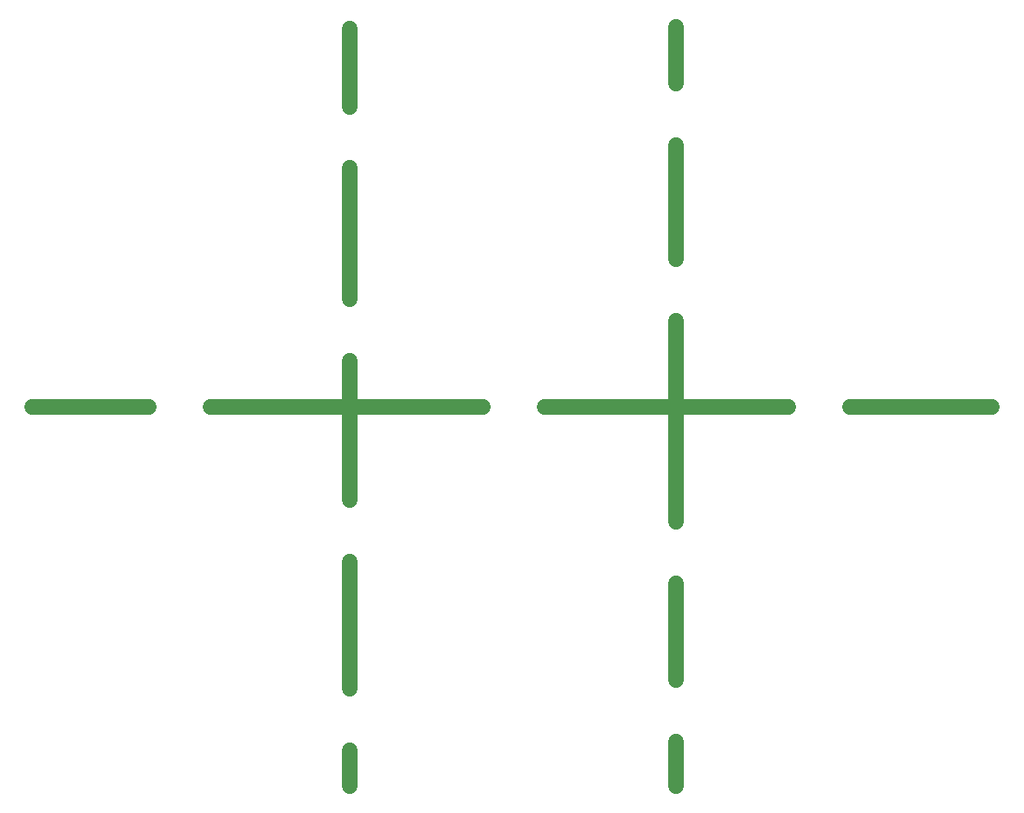
<source format=gm1>
G04*
G04 #@! TF.GenerationSoftware,Altium Limited,Altium Designer,22.7.1 (60)*
G04*
G04 Layer_Color=16711935*
%FSTAX24Y24*%
%MOIN*%
G70*
G04*
G04 #@! TF.SameCoordinates,6CD0EBB0-E617-4DF7-9ACC-651BA77C9F88*
G04*
G04*
G04 #@! TF.FilePolarity,Positive*
G04*
G01*
G75*
%ADD55C,0.0591*%
D55*
X0222Y03604D02*
Y03903D01*
Y02867D02*
Y03368D01*
Y02097D02*
Y02631D01*
Y01372D02*
Y01861D01*
Y01D02*
Y01136D01*
X03468Y01405D02*
Y01777D01*
Y01002D02*
Y01169D01*
Y02013D02*
Y02783D01*
Y03019D02*
Y03457D01*
Y03693D02*
Y03909D01*
X04135Y02453D02*
X0468D01*
X02966D02*
X03899D01*
X01686D02*
X0273D01*
X01002D02*
X0145D01*
X03468Y01002D02*
X0347Y01D01*
M02*

</source>
